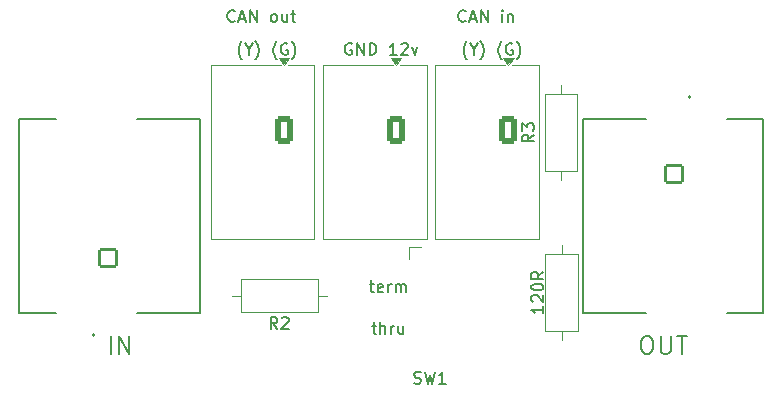
<source format=gto>
G04 #@! TF.GenerationSoftware,KiCad,Pcbnew,9.0.2*
G04 #@! TF.CreationDate,2025-11-18T17:29:13+08:00*
G04 #@! TF.ProjectId,swerve module,73776572-7665-4206-9d6f-64756c652e6b,rev?*
G04 #@! TF.SameCoordinates,Original*
G04 #@! TF.FileFunction,Legend,Top*
G04 #@! TF.FilePolarity,Positive*
%FSLAX46Y46*%
G04 Gerber Fmt 4.6, Leading zero omitted, Abs format (unit mm)*
G04 Created by KiCad (PCBNEW 9.0.2) date 2025-11-18 17:29:13*
%MOMM*%
%LPD*%
G01*
G04 APERTURE LIST*
G04 Aperture macros list*
%AMRoundRect*
0 Rectangle with rounded corners*
0 $1 Rounding radius*
0 $2 $3 $4 $5 $6 $7 $8 $9 X,Y pos of 4 corners*
0 Add a 4 corners polygon primitive as box body*
4,1,4,$2,$3,$4,$5,$6,$7,$8,$9,$2,$3,0*
0 Add four circle primitives for the rounded corners*
1,1,$1+$1,$2,$3*
1,1,$1+$1,$4,$5*
1,1,$1+$1,$6,$7*
1,1,$1+$1,$8,$9*
0 Add four rect primitives between the rounded corners*
20,1,$1+$1,$2,$3,$4,$5,0*
20,1,$1+$1,$4,$5,$6,$7,0*
20,1,$1+$1,$6,$7,$8,$9,0*
20,1,$1+$1,$8,$9,$2,$3,0*%
G04 Aperture macros list end*
%ADD10C,0.150000*%
%ADD11C,0.120000*%
%ADD12C,0.127000*%
%ADD13C,0.200000*%
%ADD14R,1.500000X2.300000*%
%ADD15RoundRect,0.250001X0.499999X0.899999X-0.499999X0.899999X-0.499999X-0.899999X0.499999X-0.899999X0*%
%ADD16O,1.500000X2.300000*%
%ADD17C,3.200000*%
%ADD18RoundRect,0.102000X0.704000X-0.704000X0.704000X0.704000X-0.704000X0.704000X-0.704000X-0.704000X0*%
%ADD19C,1.612000*%
%ADD20C,2.604000*%
%ADD21RoundRect,0.102000X-0.704000X0.704000X-0.704000X-0.704000X0.704000X-0.704000X0.704000X0.704000X0*%
%ADD22C,1.600000*%
%ADD23R,1.200000X1.200000*%
%ADD24C,1.200000*%
G04 APERTURE END LIST*
D10*
X101345238Y-65538152D02*
X101726190Y-65538152D01*
X101488095Y-65204819D02*
X101488095Y-66061961D01*
X101488095Y-66061961D02*
X101535714Y-66157200D01*
X101535714Y-66157200D02*
X101630952Y-66204819D01*
X101630952Y-66204819D02*
X101726190Y-66204819D01*
X102059524Y-66204819D02*
X102059524Y-65204819D01*
X102488095Y-66204819D02*
X102488095Y-65681009D01*
X102488095Y-65681009D02*
X102440476Y-65585771D01*
X102440476Y-65585771D02*
X102345238Y-65538152D01*
X102345238Y-65538152D02*
X102202381Y-65538152D01*
X102202381Y-65538152D02*
X102107143Y-65585771D01*
X102107143Y-65585771D02*
X102059524Y-65633390D01*
X102964286Y-66204819D02*
X102964286Y-65538152D01*
X102964286Y-65728628D02*
X103011905Y-65633390D01*
X103011905Y-65633390D02*
X103059524Y-65585771D01*
X103059524Y-65585771D02*
X103154762Y-65538152D01*
X103154762Y-65538152D02*
X103250000Y-65538152D01*
X104011905Y-65538152D02*
X104011905Y-66204819D01*
X103583334Y-65538152D02*
X103583334Y-66061961D01*
X103583334Y-66061961D02*
X103630953Y-66157200D01*
X103630953Y-66157200D02*
X103726191Y-66204819D01*
X103726191Y-66204819D02*
X103869048Y-66204819D01*
X103869048Y-66204819D02*
X103964286Y-66157200D01*
X103964286Y-66157200D02*
X104011905Y-66109580D01*
X124500000Y-66436128D02*
X124785714Y-66436128D01*
X124785714Y-66436128D02*
X124928571Y-66507557D01*
X124928571Y-66507557D02*
X125071428Y-66650414D01*
X125071428Y-66650414D02*
X125142857Y-66936128D01*
X125142857Y-66936128D02*
X125142857Y-67436128D01*
X125142857Y-67436128D02*
X125071428Y-67721842D01*
X125071428Y-67721842D02*
X124928571Y-67864700D01*
X124928571Y-67864700D02*
X124785714Y-67936128D01*
X124785714Y-67936128D02*
X124500000Y-67936128D01*
X124500000Y-67936128D02*
X124357143Y-67864700D01*
X124357143Y-67864700D02*
X124214285Y-67721842D01*
X124214285Y-67721842D02*
X124142857Y-67436128D01*
X124142857Y-67436128D02*
X124142857Y-66936128D01*
X124142857Y-66936128D02*
X124214285Y-66650414D01*
X124214285Y-66650414D02*
X124357143Y-66507557D01*
X124357143Y-66507557D02*
X124500000Y-66436128D01*
X125785714Y-66436128D02*
X125785714Y-67650414D01*
X125785714Y-67650414D02*
X125857143Y-67793271D01*
X125857143Y-67793271D02*
X125928572Y-67864700D01*
X125928572Y-67864700D02*
X126071429Y-67936128D01*
X126071429Y-67936128D02*
X126357143Y-67936128D01*
X126357143Y-67936128D02*
X126500000Y-67864700D01*
X126500000Y-67864700D02*
X126571429Y-67793271D01*
X126571429Y-67793271D02*
X126642857Y-67650414D01*
X126642857Y-67650414D02*
X126642857Y-66436128D01*
X127142858Y-66436128D02*
X128000001Y-66436128D01*
X127571429Y-67936128D02*
X127571429Y-66436128D01*
X109386951Y-42999771D02*
X109339332Y-42952152D01*
X109339332Y-42952152D02*
X109244094Y-42809295D01*
X109244094Y-42809295D02*
X109196475Y-42714057D01*
X109196475Y-42714057D02*
X109148856Y-42571200D01*
X109148856Y-42571200D02*
X109101237Y-42333104D01*
X109101237Y-42333104D02*
X109101237Y-42142628D01*
X109101237Y-42142628D02*
X109148856Y-41904533D01*
X109148856Y-41904533D02*
X109196475Y-41761676D01*
X109196475Y-41761676D02*
X109244094Y-41666438D01*
X109244094Y-41666438D02*
X109339332Y-41523580D01*
X109339332Y-41523580D02*
X109386951Y-41475961D01*
X109958380Y-42142628D02*
X109958380Y-42618819D01*
X109625047Y-41618819D02*
X109958380Y-42142628D01*
X109958380Y-42142628D02*
X110291713Y-41618819D01*
X110529809Y-42999771D02*
X110577428Y-42952152D01*
X110577428Y-42952152D02*
X110672666Y-42809295D01*
X110672666Y-42809295D02*
X110720285Y-42714057D01*
X110720285Y-42714057D02*
X110767904Y-42571200D01*
X110767904Y-42571200D02*
X110815523Y-42333104D01*
X110815523Y-42333104D02*
X110815523Y-42142628D01*
X110815523Y-42142628D02*
X110767904Y-41904533D01*
X110767904Y-41904533D02*
X110720285Y-41761676D01*
X110720285Y-41761676D02*
X110672666Y-41666438D01*
X110672666Y-41666438D02*
X110577428Y-41523580D01*
X110577428Y-41523580D02*
X110529809Y-41475961D01*
X112339333Y-42999771D02*
X112291714Y-42952152D01*
X112291714Y-42952152D02*
X112196476Y-42809295D01*
X112196476Y-42809295D02*
X112148857Y-42714057D01*
X112148857Y-42714057D02*
X112101238Y-42571200D01*
X112101238Y-42571200D02*
X112053619Y-42333104D01*
X112053619Y-42333104D02*
X112053619Y-42142628D01*
X112053619Y-42142628D02*
X112101238Y-41904533D01*
X112101238Y-41904533D02*
X112148857Y-41761676D01*
X112148857Y-41761676D02*
X112196476Y-41666438D01*
X112196476Y-41666438D02*
X112291714Y-41523580D01*
X112291714Y-41523580D02*
X112339333Y-41475961D01*
X113244095Y-41666438D02*
X113148857Y-41618819D01*
X113148857Y-41618819D02*
X113006000Y-41618819D01*
X113006000Y-41618819D02*
X112863143Y-41666438D01*
X112863143Y-41666438D02*
X112767905Y-41761676D01*
X112767905Y-41761676D02*
X112720286Y-41856914D01*
X112720286Y-41856914D02*
X112672667Y-42047390D01*
X112672667Y-42047390D02*
X112672667Y-42190247D01*
X112672667Y-42190247D02*
X112720286Y-42380723D01*
X112720286Y-42380723D02*
X112767905Y-42475961D01*
X112767905Y-42475961D02*
X112863143Y-42571200D01*
X112863143Y-42571200D02*
X113006000Y-42618819D01*
X113006000Y-42618819D02*
X113101238Y-42618819D01*
X113101238Y-42618819D02*
X113244095Y-42571200D01*
X113244095Y-42571200D02*
X113291714Y-42523580D01*
X113291714Y-42523580D02*
X113291714Y-42190247D01*
X113291714Y-42190247D02*
X113101238Y-42190247D01*
X113625048Y-42999771D02*
X113672667Y-42952152D01*
X113672667Y-42952152D02*
X113767905Y-42809295D01*
X113767905Y-42809295D02*
X113815524Y-42714057D01*
X113815524Y-42714057D02*
X113863143Y-42571200D01*
X113863143Y-42571200D02*
X113910762Y-42333104D01*
X113910762Y-42333104D02*
X113910762Y-42142628D01*
X113910762Y-42142628D02*
X113863143Y-41904533D01*
X113863143Y-41904533D02*
X113815524Y-41761676D01*
X113815524Y-41761676D02*
X113767905Y-41666438D01*
X113767905Y-41666438D02*
X113672667Y-41523580D01*
X113672667Y-41523580D02*
X113625048Y-41475961D01*
X109283714Y-39729580D02*
X109236095Y-39777200D01*
X109236095Y-39777200D02*
X109093238Y-39824819D01*
X109093238Y-39824819D02*
X108998000Y-39824819D01*
X108998000Y-39824819D02*
X108855143Y-39777200D01*
X108855143Y-39777200D02*
X108759905Y-39681961D01*
X108759905Y-39681961D02*
X108712286Y-39586723D01*
X108712286Y-39586723D02*
X108664667Y-39396247D01*
X108664667Y-39396247D02*
X108664667Y-39253390D01*
X108664667Y-39253390D02*
X108712286Y-39062914D01*
X108712286Y-39062914D02*
X108759905Y-38967676D01*
X108759905Y-38967676D02*
X108855143Y-38872438D01*
X108855143Y-38872438D02*
X108998000Y-38824819D01*
X108998000Y-38824819D02*
X109093238Y-38824819D01*
X109093238Y-38824819D02*
X109236095Y-38872438D01*
X109236095Y-38872438D02*
X109283714Y-38920057D01*
X109664667Y-39539104D02*
X110140857Y-39539104D01*
X109569429Y-39824819D02*
X109902762Y-38824819D01*
X109902762Y-38824819D02*
X110236095Y-39824819D01*
X110569429Y-39824819D02*
X110569429Y-38824819D01*
X110569429Y-38824819D02*
X111140857Y-39824819D01*
X111140857Y-39824819D02*
X111140857Y-38824819D01*
X112378953Y-39824819D02*
X112378953Y-39158152D01*
X112378953Y-38824819D02*
X112331334Y-38872438D01*
X112331334Y-38872438D02*
X112378953Y-38920057D01*
X112378953Y-38920057D02*
X112426572Y-38872438D01*
X112426572Y-38872438D02*
X112378953Y-38824819D01*
X112378953Y-38824819D02*
X112378953Y-38920057D01*
X112855143Y-39158152D02*
X112855143Y-39824819D01*
X112855143Y-39253390D02*
X112902762Y-39205771D01*
X112902762Y-39205771D02*
X112998000Y-39158152D01*
X112998000Y-39158152D02*
X113140857Y-39158152D01*
X113140857Y-39158152D02*
X113236095Y-39205771D01*
X113236095Y-39205771D02*
X113283714Y-39301009D01*
X113283714Y-39301009D02*
X113283714Y-39824819D01*
X89733713Y-39729580D02*
X89686094Y-39777200D01*
X89686094Y-39777200D02*
X89543237Y-39824819D01*
X89543237Y-39824819D02*
X89447999Y-39824819D01*
X89447999Y-39824819D02*
X89305142Y-39777200D01*
X89305142Y-39777200D02*
X89209904Y-39681961D01*
X89209904Y-39681961D02*
X89162285Y-39586723D01*
X89162285Y-39586723D02*
X89114666Y-39396247D01*
X89114666Y-39396247D02*
X89114666Y-39253390D01*
X89114666Y-39253390D02*
X89162285Y-39062914D01*
X89162285Y-39062914D02*
X89209904Y-38967676D01*
X89209904Y-38967676D02*
X89305142Y-38872438D01*
X89305142Y-38872438D02*
X89447999Y-38824819D01*
X89447999Y-38824819D02*
X89543237Y-38824819D01*
X89543237Y-38824819D02*
X89686094Y-38872438D01*
X89686094Y-38872438D02*
X89733713Y-38920057D01*
X90114666Y-39539104D02*
X90590856Y-39539104D01*
X90019428Y-39824819D02*
X90352761Y-38824819D01*
X90352761Y-38824819D02*
X90686094Y-39824819D01*
X91019428Y-39824819D02*
X91019428Y-38824819D01*
X91019428Y-38824819D02*
X91590856Y-39824819D01*
X91590856Y-39824819D02*
X91590856Y-38824819D01*
X92971809Y-39824819D02*
X92876571Y-39777200D01*
X92876571Y-39777200D02*
X92828952Y-39729580D01*
X92828952Y-39729580D02*
X92781333Y-39634342D01*
X92781333Y-39634342D02*
X92781333Y-39348628D01*
X92781333Y-39348628D02*
X92828952Y-39253390D01*
X92828952Y-39253390D02*
X92876571Y-39205771D01*
X92876571Y-39205771D02*
X92971809Y-39158152D01*
X92971809Y-39158152D02*
X93114666Y-39158152D01*
X93114666Y-39158152D02*
X93209904Y-39205771D01*
X93209904Y-39205771D02*
X93257523Y-39253390D01*
X93257523Y-39253390D02*
X93305142Y-39348628D01*
X93305142Y-39348628D02*
X93305142Y-39634342D01*
X93305142Y-39634342D02*
X93257523Y-39729580D01*
X93257523Y-39729580D02*
X93209904Y-39777200D01*
X93209904Y-39777200D02*
X93114666Y-39824819D01*
X93114666Y-39824819D02*
X92971809Y-39824819D01*
X94162285Y-39158152D02*
X94162285Y-39824819D01*
X93733714Y-39158152D02*
X93733714Y-39681961D01*
X93733714Y-39681961D02*
X93781333Y-39777200D01*
X93781333Y-39777200D02*
X93876571Y-39824819D01*
X93876571Y-39824819D02*
X94019428Y-39824819D01*
X94019428Y-39824819D02*
X94114666Y-39777200D01*
X94114666Y-39777200D02*
X94162285Y-39729580D01*
X94495619Y-39158152D02*
X94876571Y-39158152D01*
X94638476Y-38824819D02*
X94638476Y-39681961D01*
X94638476Y-39681961D02*
X94686095Y-39777200D01*
X94686095Y-39777200D02*
X94781333Y-39824819D01*
X94781333Y-39824819D02*
X94876571Y-39824819D01*
X101154762Y-62038152D02*
X101535714Y-62038152D01*
X101297619Y-61704819D02*
X101297619Y-62561961D01*
X101297619Y-62561961D02*
X101345238Y-62657200D01*
X101345238Y-62657200D02*
X101440476Y-62704819D01*
X101440476Y-62704819D02*
X101535714Y-62704819D01*
X102250000Y-62657200D02*
X102154762Y-62704819D01*
X102154762Y-62704819D02*
X101964286Y-62704819D01*
X101964286Y-62704819D02*
X101869048Y-62657200D01*
X101869048Y-62657200D02*
X101821429Y-62561961D01*
X101821429Y-62561961D02*
X101821429Y-62181009D01*
X101821429Y-62181009D02*
X101869048Y-62085771D01*
X101869048Y-62085771D02*
X101964286Y-62038152D01*
X101964286Y-62038152D02*
X102154762Y-62038152D01*
X102154762Y-62038152D02*
X102250000Y-62085771D01*
X102250000Y-62085771D02*
X102297619Y-62181009D01*
X102297619Y-62181009D02*
X102297619Y-62276247D01*
X102297619Y-62276247D02*
X101821429Y-62371485D01*
X102726191Y-62704819D02*
X102726191Y-62038152D01*
X102726191Y-62228628D02*
X102773810Y-62133390D01*
X102773810Y-62133390D02*
X102821429Y-62085771D01*
X102821429Y-62085771D02*
X102916667Y-62038152D01*
X102916667Y-62038152D02*
X103011905Y-62038152D01*
X103345239Y-62704819D02*
X103345239Y-62038152D01*
X103345239Y-62133390D02*
X103392858Y-62085771D01*
X103392858Y-62085771D02*
X103488096Y-62038152D01*
X103488096Y-62038152D02*
X103630953Y-62038152D01*
X103630953Y-62038152D02*
X103726191Y-62085771D01*
X103726191Y-62085771D02*
X103773810Y-62181009D01*
X103773810Y-62181009D02*
X103773810Y-62704819D01*
X103773810Y-62181009D02*
X103821429Y-62085771D01*
X103821429Y-62085771D02*
X103916667Y-62038152D01*
X103916667Y-62038152D02*
X104059524Y-62038152D01*
X104059524Y-62038152D02*
X104154763Y-62085771D01*
X104154763Y-62085771D02*
X104202382Y-62181009D01*
X104202382Y-62181009D02*
X104202382Y-62704819D01*
X99631809Y-41666438D02*
X99536571Y-41618819D01*
X99536571Y-41618819D02*
X99393714Y-41618819D01*
X99393714Y-41618819D02*
X99250857Y-41666438D01*
X99250857Y-41666438D02*
X99155619Y-41761676D01*
X99155619Y-41761676D02*
X99108000Y-41856914D01*
X99108000Y-41856914D02*
X99060381Y-42047390D01*
X99060381Y-42047390D02*
X99060381Y-42190247D01*
X99060381Y-42190247D02*
X99108000Y-42380723D01*
X99108000Y-42380723D02*
X99155619Y-42475961D01*
X99155619Y-42475961D02*
X99250857Y-42571200D01*
X99250857Y-42571200D02*
X99393714Y-42618819D01*
X99393714Y-42618819D02*
X99488952Y-42618819D01*
X99488952Y-42618819D02*
X99631809Y-42571200D01*
X99631809Y-42571200D02*
X99679428Y-42523580D01*
X99679428Y-42523580D02*
X99679428Y-42190247D01*
X99679428Y-42190247D02*
X99488952Y-42190247D01*
X100108000Y-42618819D02*
X100108000Y-41618819D01*
X100108000Y-41618819D02*
X100679428Y-42618819D01*
X100679428Y-42618819D02*
X100679428Y-41618819D01*
X101155619Y-42618819D02*
X101155619Y-41618819D01*
X101155619Y-41618819D02*
X101393714Y-41618819D01*
X101393714Y-41618819D02*
X101536571Y-41666438D01*
X101536571Y-41666438D02*
X101631809Y-41761676D01*
X101631809Y-41761676D02*
X101679428Y-41856914D01*
X101679428Y-41856914D02*
X101727047Y-42047390D01*
X101727047Y-42047390D02*
X101727047Y-42190247D01*
X101727047Y-42190247D02*
X101679428Y-42380723D01*
X101679428Y-42380723D02*
X101631809Y-42475961D01*
X101631809Y-42475961D02*
X101536571Y-42571200D01*
X101536571Y-42571200D02*
X101393714Y-42618819D01*
X101393714Y-42618819D02*
X101155619Y-42618819D01*
X103441333Y-42618819D02*
X102869905Y-42618819D01*
X103155619Y-42618819D02*
X103155619Y-41618819D01*
X103155619Y-41618819D02*
X103060381Y-41761676D01*
X103060381Y-41761676D02*
X102965143Y-41856914D01*
X102965143Y-41856914D02*
X102869905Y-41904533D01*
X103822286Y-41714057D02*
X103869905Y-41666438D01*
X103869905Y-41666438D02*
X103965143Y-41618819D01*
X103965143Y-41618819D02*
X104203238Y-41618819D01*
X104203238Y-41618819D02*
X104298476Y-41666438D01*
X104298476Y-41666438D02*
X104346095Y-41714057D01*
X104346095Y-41714057D02*
X104393714Y-41809295D01*
X104393714Y-41809295D02*
X104393714Y-41904533D01*
X104393714Y-41904533D02*
X104346095Y-42047390D01*
X104346095Y-42047390D02*
X103774667Y-42618819D01*
X103774667Y-42618819D02*
X104393714Y-42618819D01*
X104727048Y-41952152D02*
X104965143Y-42618819D01*
X104965143Y-42618819D02*
X105203238Y-41952152D01*
X90336951Y-42999771D02*
X90289332Y-42952152D01*
X90289332Y-42952152D02*
X90194094Y-42809295D01*
X90194094Y-42809295D02*
X90146475Y-42714057D01*
X90146475Y-42714057D02*
X90098856Y-42571200D01*
X90098856Y-42571200D02*
X90051237Y-42333104D01*
X90051237Y-42333104D02*
X90051237Y-42142628D01*
X90051237Y-42142628D02*
X90098856Y-41904533D01*
X90098856Y-41904533D02*
X90146475Y-41761676D01*
X90146475Y-41761676D02*
X90194094Y-41666438D01*
X90194094Y-41666438D02*
X90289332Y-41523580D01*
X90289332Y-41523580D02*
X90336951Y-41475961D01*
X90908380Y-42142628D02*
X90908380Y-42618819D01*
X90575047Y-41618819D02*
X90908380Y-42142628D01*
X90908380Y-42142628D02*
X91241713Y-41618819D01*
X91479809Y-42999771D02*
X91527428Y-42952152D01*
X91527428Y-42952152D02*
X91622666Y-42809295D01*
X91622666Y-42809295D02*
X91670285Y-42714057D01*
X91670285Y-42714057D02*
X91717904Y-42571200D01*
X91717904Y-42571200D02*
X91765523Y-42333104D01*
X91765523Y-42333104D02*
X91765523Y-42142628D01*
X91765523Y-42142628D02*
X91717904Y-41904533D01*
X91717904Y-41904533D02*
X91670285Y-41761676D01*
X91670285Y-41761676D02*
X91622666Y-41666438D01*
X91622666Y-41666438D02*
X91527428Y-41523580D01*
X91527428Y-41523580D02*
X91479809Y-41475961D01*
X93289333Y-42999771D02*
X93241714Y-42952152D01*
X93241714Y-42952152D02*
X93146476Y-42809295D01*
X93146476Y-42809295D02*
X93098857Y-42714057D01*
X93098857Y-42714057D02*
X93051238Y-42571200D01*
X93051238Y-42571200D02*
X93003619Y-42333104D01*
X93003619Y-42333104D02*
X93003619Y-42142628D01*
X93003619Y-42142628D02*
X93051238Y-41904533D01*
X93051238Y-41904533D02*
X93098857Y-41761676D01*
X93098857Y-41761676D02*
X93146476Y-41666438D01*
X93146476Y-41666438D02*
X93241714Y-41523580D01*
X93241714Y-41523580D02*
X93289333Y-41475961D01*
X94194095Y-41666438D02*
X94098857Y-41618819D01*
X94098857Y-41618819D02*
X93956000Y-41618819D01*
X93956000Y-41618819D02*
X93813143Y-41666438D01*
X93813143Y-41666438D02*
X93717905Y-41761676D01*
X93717905Y-41761676D02*
X93670286Y-41856914D01*
X93670286Y-41856914D02*
X93622667Y-42047390D01*
X93622667Y-42047390D02*
X93622667Y-42190247D01*
X93622667Y-42190247D02*
X93670286Y-42380723D01*
X93670286Y-42380723D02*
X93717905Y-42475961D01*
X93717905Y-42475961D02*
X93813143Y-42571200D01*
X93813143Y-42571200D02*
X93956000Y-42618819D01*
X93956000Y-42618819D02*
X94051238Y-42618819D01*
X94051238Y-42618819D02*
X94194095Y-42571200D01*
X94194095Y-42571200D02*
X94241714Y-42523580D01*
X94241714Y-42523580D02*
X94241714Y-42190247D01*
X94241714Y-42190247D02*
X94051238Y-42190247D01*
X94575048Y-42999771D02*
X94622667Y-42952152D01*
X94622667Y-42952152D02*
X94717905Y-42809295D01*
X94717905Y-42809295D02*
X94765524Y-42714057D01*
X94765524Y-42714057D02*
X94813143Y-42571200D01*
X94813143Y-42571200D02*
X94860762Y-42333104D01*
X94860762Y-42333104D02*
X94860762Y-42142628D01*
X94860762Y-42142628D02*
X94813143Y-41904533D01*
X94813143Y-41904533D02*
X94765524Y-41761676D01*
X94765524Y-41761676D02*
X94717905Y-41666438D01*
X94717905Y-41666438D02*
X94622667Y-41523580D01*
X94622667Y-41523580D02*
X94575048Y-41475961D01*
X79214285Y-67936128D02*
X79214285Y-66436128D01*
X79928571Y-67936128D02*
X79928571Y-66436128D01*
X79928571Y-66436128D02*
X80785714Y-67936128D01*
X80785714Y-67936128D02*
X80785714Y-66436128D01*
X115854819Y-63886666D02*
X115854819Y-64458094D01*
X115854819Y-64172380D02*
X114854819Y-64172380D01*
X114854819Y-64172380D02*
X114997676Y-64267618D01*
X114997676Y-64267618D02*
X115092914Y-64362856D01*
X115092914Y-64362856D02*
X115140533Y-64458094D01*
X114950057Y-63505713D02*
X114902438Y-63458094D01*
X114902438Y-63458094D02*
X114854819Y-63362856D01*
X114854819Y-63362856D02*
X114854819Y-63124761D01*
X114854819Y-63124761D02*
X114902438Y-63029523D01*
X114902438Y-63029523D02*
X114950057Y-62981904D01*
X114950057Y-62981904D02*
X115045295Y-62934285D01*
X115045295Y-62934285D02*
X115140533Y-62934285D01*
X115140533Y-62934285D02*
X115283390Y-62981904D01*
X115283390Y-62981904D02*
X115854819Y-63553332D01*
X115854819Y-63553332D02*
X115854819Y-62934285D01*
X114854819Y-62315237D02*
X114854819Y-62219999D01*
X114854819Y-62219999D02*
X114902438Y-62124761D01*
X114902438Y-62124761D02*
X114950057Y-62077142D01*
X114950057Y-62077142D02*
X115045295Y-62029523D01*
X115045295Y-62029523D02*
X115235771Y-61981904D01*
X115235771Y-61981904D02*
X115473866Y-61981904D01*
X115473866Y-61981904D02*
X115664342Y-62029523D01*
X115664342Y-62029523D02*
X115759580Y-62077142D01*
X115759580Y-62077142D02*
X115807200Y-62124761D01*
X115807200Y-62124761D02*
X115854819Y-62219999D01*
X115854819Y-62219999D02*
X115854819Y-62315237D01*
X115854819Y-62315237D02*
X115807200Y-62410475D01*
X115807200Y-62410475D02*
X115759580Y-62458094D01*
X115759580Y-62458094D02*
X115664342Y-62505713D01*
X115664342Y-62505713D02*
X115473866Y-62553332D01*
X115473866Y-62553332D02*
X115235771Y-62553332D01*
X115235771Y-62553332D02*
X115045295Y-62505713D01*
X115045295Y-62505713D02*
X114950057Y-62458094D01*
X114950057Y-62458094D02*
X114902438Y-62410475D01*
X114902438Y-62410475D02*
X114854819Y-62315237D01*
X115854819Y-60981904D02*
X115378628Y-61315237D01*
X115854819Y-61553332D02*
X114854819Y-61553332D01*
X114854819Y-61553332D02*
X114854819Y-61172380D01*
X114854819Y-61172380D02*
X114902438Y-61077142D01*
X114902438Y-61077142D02*
X114950057Y-61029523D01*
X114950057Y-61029523D02*
X115045295Y-60981904D01*
X115045295Y-60981904D02*
X115188152Y-60981904D01*
X115188152Y-60981904D02*
X115283390Y-61029523D01*
X115283390Y-61029523D02*
X115331009Y-61077142D01*
X115331009Y-61077142D02*
X115378628Y-61172380D01*
X115378628Y-61172380D02*
X115378628Y-61553332D01*
X93333333Y-65824819D02*
X93000000Y-65348628D01*
X92761905Y-65824819D02*
X92761905Y-64824819D01*
X92761905Y-64824819D02*
X93142857Y-64824819D01*
X93142857Y-64824819D02*
X93238095Y-64872438D01*
X93238095Y-64872438D02*
X93285714Y-64920057D01*
X93285714Y-64920057D02*
X93333333Y-65015295D01*
X93333333Y-65015295D02*
X93333333Y-65158152D01*
X93333333Y-65158152D02*
X93285714Y-65253390D01*
X93285714Y-65253390D02*
X93238095Y-65301009D01*
X93238095Y-65301009D02*
X93142857Y-65348628D01*
X93142857Y-65348628D02*
X92761905Y-65348628D01*
X93714286Y-64920057D02*
X93761905Y-64872438D01*
X93761905Y-64872438D02*
X93857143Y-64824819D01*
X93857143Y-64824819D02*
X94095238Y-64824819D01*
X94095238Y-64824819D02*
X94190476Y-64872438D01*
X94190476Y-64872438D02*
X94238095Y-64920057D01*
X94238095Y-64920057D02*
X94285714Y-65015295D01*
X94285714Y-65015295D02*
X94285714Y-65110533D01*
X94285714Y-65110533D02*
X94238095Y-65253390D01*
X94238095Y-65253390D02*
X93666667Y-65824819D01*
X93666667Y-65824819D02*
X94285714Y-65824819D01*
X115054819Y-49366666D02*
X114578628Y-49699999D01*
X115054819Y-49938094D02*
X114054819Y-49938094D01*
X114054819Y-49938094D02*
X114054819Y-49557142D01*
X114054819Y-49557142D02*
X114102438Y-49461904D01*
X114102438Y-49461904D02*
X114150057Y-49414285D01*
X114150057Y-49414285D02*
X114245295Y-49366666D01*
X114245295Y-49366666D02*
X114388152Y-49366666D01*
X114388152Y-49366666D02*
X114483390Y-49414285D01*
X114483390Y-49414285D02*
X114531009Y-49461904D01*
X114531009Y-49461904D02*
X114578628Y-49557142D01*
X114578628Y-49557142D02*
X114578628Y-49938094D01*
X114054819Y-49033332D02*
X114054819Y-48414285D01*
X114054819Y-48414285D02*
X114435771Y-48747618D01*
X114435771Y-48747618D02*
X114435771Y-48604761D01*
X114435771Y-48604761D02*
X114483390Y-48509523D01*
X114483390Y-48509523D02*
X114531009Y-48461904D01*
X114531009Y-48461904D02*
X114626247Y-48414285D01*
X114626247Y-48414285D02*
X114864342Y-48414285D01*
X114864342Y-48414285D02*
X114959580Y-48461904D01*
X114959580Y-48461904D02*
X115007200Y-48509523D01*
X115007200Y-48509523D02*
X115054819Y-48604761D01*
X115054819Y-48604761D02*
X115054819Y-48890475D01*
X115054819Y-48890475D02*
X115007200Y-48985713D01*
X115007200Y-48985713D02*
X114959580Y-49033332D01*
X104916667Y-70407200D02*
X105059524Y-70454819D01*
X105059524Y-70454819D02*
X105297619Y-70454819D01*
X105297619Y-70454819D02*
X105392857Y-70407200D01*
X105392857Y-70407200D02*
X105440476Y-70359580D01*
X105440476Y-70359580D02*
X105488095Y-70264342D01*
X105488095Y-70264342D02*
X105488095Y-70169104D01*
X105488095Y-70169104D02*
X105440476Y-70073866D01*
X105440476Y-70073866D02*
X105392857Y-70026247D01*
X105392857Y-70026247D02*
X105297619Y-69978628D01*
X105297619Y-69978628D02*
X105107143Y-69931009D01*
X105107143Y-69931009D02*
X105011905Y-69883390D01*
X105011905Y-69883390D02*
X104964286Y-69835771D01*
X104964286Y-69835771D02*
X104916667Y-69740533D01*
X104916667Y-69740533D02*
X104916667Y-69645295D01*
X104916667Y-69645295D02*
X104964286Y-69550057D01*
X104964286Y-69550057D02*
X105011905Y-69502438D01*
X105011905Y-69502438D02*
X105107143Y-69454819D01*
X105107143Y-69454819D02*
X105345238Y-69454819D01*
X105345238Y-69454819D02*
X105488095Y-69502438D01*
X105821429Y-69454819D02*
X106059524Y-70454819D01*
X106059524Y-70454819D02*
X106250000Y-69740533D01*
X106250000Y-69740533D02*
X106440476Y-70454819D01*
X106440476Y-70454819D02*
X106678572Y-69454819D01*
X107583333Y-70454819D02*
X107011905Y-70454819D01*
X107297619Y-70454819D02*
X107297619Y-69454819D01*
X107297619Y-69454819D02*
X107202381Y-69597676D01*
X107202381Y-69597676D02*
X107107143Y-69692914D01*
X107107143Y-69692914D02*
X107011905Y-69740533D01*
D11*
X87730000Y-43462500D02*
X93610000Y-43462500D01*
X87730000Y-58202500D02*
X87730000Y-43462500D01*
X94210000Y-43462500D02*
X96470000Y-43462500D01*
X96470000Y-43462500D02*
X96470000Y-58202500D01*
X96470000Y-58202500D02*
X87730000Y-58202500D01*
X93910000Y-43462500D02*
X93470000Y-42852500D01*
X94350000Y-42852500D01*
X93910000Y-43462500D01*
G36*
X93910000Y-43462500D02*
G01*
X93470000Y-42852500D01*
X94350000Y-42852500D01*
X93910000Y-43462500D01*
G37*
D12*
X119210000Y-48000000D02*
X124550000Y-48000000D01*
X119210000Y-64500000D02*
X119210000Y-48000000D01*
X124550000Y-64500000D02*
X119210000Y-64500000D01*
X134500000Y-48000000D02*
X131420000Y-48000000D01*
X134500000Y-48000000D02*
X134500000Y-64500000D01*
X134500000Y-64500000D02*
X131420000Y-64500000D01*
D13*
X128330000Y-46175000D02*
G75*
G02*
X128130000Y-46175000I-100000J0D01*
G01*
X128130000Y-46175000D02*
G75*
G02*
X128330000Y-46175000I100000J0D01*
G01*
D12*
X71500000Y-48000000D02*
X74580000Y-48000000D01*
X71500000Y-64500000D02*
X71500000Y-48000000D01*
X71500000Y-64500000D02*
X74580000Y-64500000D01*
X81450000Y-48000000D02*
X86790000Y-48000000D01*
X86790000Y-48000000D02*
X86790000Y-64500000D01*
X86790000Y-64500000D02*
X81450000Y-64500000D01*
D13*
X77870000Y-66325000D02*
G75*
G02*
X77670000Y-66325000I-100000J0D01*
G01*
X77670000Y-66325000D02*
G75*
G02*
X77870000Y-66325000I100000J0D01*
G01*
D11*
X117400000Y-58680000D02*
X117400000Y-59450000D01*
X117400000Y-66760000D02*
X117400000Y-65990000D01*
X116030000Y-65990000D02*
X118770000Y-65990000D01*
X118770000Y-59450000D01*
X116030000Y-59450000D01*
X116030000Y-65990000D01*
X97230000Y-43462500D02*
X103110000Y-43462500D01*
X97230000Y-58202500D02*
X97230000Y-43462500D01*
X103710000Y-43462500D02*
X105970000Y-43462500D01*
X105970000Y-43462500D02*
X105970000Y-58202500D01*
X105970000Y-58202500D02*
X97230000Y-58202500D01*
X103410000Y-43462500D02*
X102970000Y-42852500D01*
X103850000Y-42852500D01*
X103410000Y-43462500D01*
G36*
X103410000Y-43462500D02*
G01*
X102970000Y-42852500D01*
X103850000Y-42852500D01*
X103410000Y-43462500D01*
G37*
X106730000Y-43462500D02*
X112610000Y-43462500D01*
X106730000Y-58202500D02*
X106730000Y-43462500D01*
X113210000Y-43462500D02*
X115470000Y-43462500D01*
X115470000Y-43462500D02*
X115470000Y-58202500D01*
X115470000Y-58202500D02*
X106730000Y-58202500D01*
X112910000Y-43462500D02*
X112470000Y-42852500D01*
X113350000Y-42852500D01*
X112910000Y-43462500D01*
G36*
X112910000Y-43462500D02*
G01*
X112470000Y-42852500D01*
X113350000Y-42852500D01*
X112910000Y-43462500D01*
G37*
X89460000Y-63000000D02*
X90230000Y-63000000D01*
X97540000Y-63000000D02*
X96770000Y-63000000D01*
X96770000Y-64370000D02*
X90230000Y-64370000D01*
X90230000Y-61630000D01*
X96770000Y-61630000D01*
X96770000Y-64370000D01*
X117350000Y-45160000D02*
X117350000Y-45930000D01*
X117350000Y-53240000D02*
X117350000Y-52470000D01*
X115980000Y-52470000D02*
X118720000Y-52470000D01*
X118720000Y-45930000D01*
X115980000Y-45930000D01*
X115980000Y-52470000D01*
X104490000Y-58910000D02*
X104490000Y-59910000D01*
X104490000Y-58910000D02*
X105490000Y-58910000D01*
%LPC*%
D14*
X93910000Y-53932500D03*
D15*
X93910000Y-48932500D03*
D16*
X90410000Y-53932500D03*
X90410000Y-48932500D03*
D17*
X129500000Y-62600000D03*
X129500000Y-49900000D03*
D18*
X126960000Y-52680000D03*
D19*
X125180000Y-53700000D03*
X126960000Y-54720000D03*
X125180000Y-55740000D03*
X126960000Y-56760000D03*
X125180000Y-57780000D03*
X126960000Y-58800000D03*
X125180000Y-59820000D03*
X120360000Y-49390000D03*
X120360000Y-51680000D03*
X120360000Y-60820000D03*
X120360000Y-63110000D03*
D20*
X126070000Y-64375000D03*
X126070000Y-48125000D03*
D17*
X76500000Y-49900000D03*
X76500000Y-62600000D03*
D21*
X79040000Y-59820000D03*
D19*
X80820000Y-58800000D03*
X79040000Y-57780000D03*
X80820000Y-56760000D03*
X79040000Y-55740000D03*
X80820000Y-54720000D03*
X79040000Y-53700000D03*
X80820000Y-52680000D03*
X85640000Y-63110000D03*
X85640000Y-60820000D03*
X85640000Y-51680000D03*
X85640000Y-49390000D03*
D20*
X79930000Y-48125000D03*
X79930000Y-64375000D03*
D22*
X117400000Y-67800000D03*
X117400000Y-57640000D03*
D14*
X103410000Y-53932500D03*
D15*
X103410000Y-48932500D03*
D16*
X99910000Y-53932500D03*
X99910000Y-48932500D03*
D14*
X112910000Y-53932500D03*
D15*
X112910000Y-48932500D03*
D16*
X109410000Y-53932500D03*
X109410000Y-48932500D03*
D22*
X98580000Y-63000000D03*
X88420000Y-63000000D03*
X117350000Y-54280000D03*
X117350000Y-44120000D03*
D23*
X107230000Y-60190000D03*
D24*
X107230000Y-67810000D03*
X109770000Y-60190000D03*
X109770000Y-67810000D03*
%LPD*%
M02*

</source>
